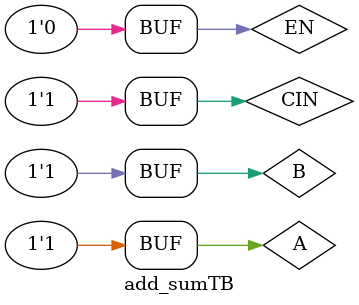
<source format=v>
module add_sumTB;

reg		A, B, CIN, EN;
wire	SUM, CARRY, DIFF, BURROW;


add_sub dut(	
		.a(A),
		.b(B),
		.cin(CIN),
		.en(EN),
		.sum(SUM),
		.diff(DIFF),
		.carry(CARRY),
		.burrow(BURROW)
		);


initial 
	begin
// Initializing Inputs
			EN	= 1'bx;	A = 1'b0;	B = 1'b0;	CIN = 1'b0;

	// Addition Operation
	#100	EN	= 1'b1;	A = 1'b0;	B = 1'b0;	CIN = 1'b0;
	#100	EN	= 1'b1;	A = 1'b0;	B = 1'b0;	CIN = 1'b1;
	#100	EN	= 1'b1;	A = 1'b0;	B = 1'b1;	CIN = 1'b0;
	#100	EN	= 1'b1;	A = 1'b0;	B = 1'b1;	CIN = 1'b1;
	#100	EN	= 1'b1;	A = 1'b1;	B = 1'b0;	CIN = 1'b0;
	#100	EN	= 1'b1;	A = 1'b1;	B = 1'b0;	CIN = 1'b1;
	#100	EN	= 1'b1;	A = 1'b0;	B = 1'b1;	CIN = 1'b0;
	#100	EN	= 1'b1;	A = 1'b1;	B = 1'b1;	CIN = 1'b1;
	
	// Subtraction Operation
	#100	EN	= 1'b0;	A = 1'b0;	B = 1'b0;	CIN = 1'b0;
	#100	EN	= 1'b0;	A = 1'b0;	B = 1'b0;	CIN = 1'b1;
	#100	EN	= 1'b0;	A = 1'b0;	B = 1'b1;	CIN = 1'b0;
	#100	EN	= 1'b0;	A = 1'b0;	B = 1'b1;	CIN = 1'b1;
	#100	EN	= 1'b0;	A = 1'b1;	B = 1'b0;	CIN = 1'b0;
	#100	EN	= 1'b0;	A = 1'b1;	B = 1'b0;	CIN = 1'b1;
	#100	EN	= 1'b0;	A = 1'b1;	B = 1'b0;	CIN = 1'b0;
	#100	EN	= 1'b0;	A = 1'b1;	B = 1'b1;	CIN = 1'b1;
	
	end
	
endmodule




</source>
